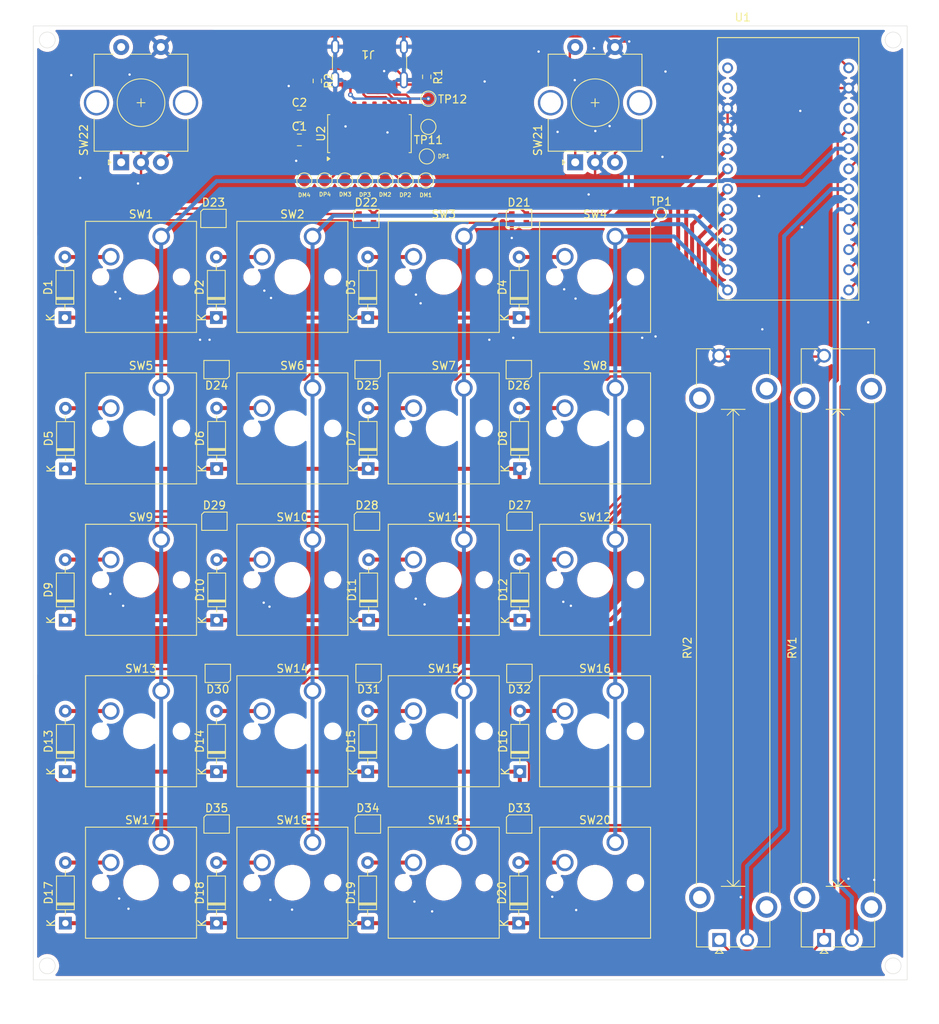
<source format=kicad_pcb>
(kicad_pcb (version 20241229) (generator "pcbnew") (generator_version "9.0")
  (layers (0 "F.Cu" signal) (2 "B.Cu" signal) (13 "F.Paste" user) (15 "B.Paste" user) (5 "F.SilkS" user "F.Silkscreen") (7 "B.SilkS" user "B.Silkscreen") (1 "F.Mask" user) (3 "B.Mask" user) (25 "Edge.Cuts" user))
  (net 0 "")
  (net 1 "Net-(D1-A)")
  (net 2 "ROW1")
  (net 3 "Net-(D2-A)")
  (net 4 "Net-(D3-A)")
  (net 5 "Net-(D4-A)")
  (net 6 "Net-(D5-A)")
  (net 7 "Net-(D6-A)")
  (net 8 "ROW2")
  (net 9 "Net-(D7-A)")
  (net 10 "Net-(D8-A)")
  (net 11 "Net-(D9-A)")
  (net 12 "Net-(D10-A)")
  (net 13 "ROW3")
  (net 14 "Net-(D11-A)")
  (net 15 "Net-(D12-A)")
  (net 16 "Net-(D13-A)")
  (net 17 "Net-(D14-A)")
  (net 18 "Net-(D15-A)")
  (net 19 "Net-(D16-A)")
  (net 20 "ROW4")
  (net 21 "Net-(D17-A)")
  (net 22 "Net-(D18-A)")
  (net 23 "Net-(D19-A)")
  (net 24 "Net-(D20-A)")
  (net 25 "Net-(D21-DIN)")
  (net 26 "+5V")
  (net 27 "Net-(D21-DOUT)")
  (net 28 "GND")
  (net 29 "Net-(D22-DOUT)")
  (net 30 "Net-(D23-DOUT)")
  (net 31 "Net-(D24-DOUT)")
  (net 32 "Net-(D25-DOUT)")
  (net 33 "Net-(D26-DOUT)")
  (net 34 "Net-(D27-DOUT)")
  (net 35 "Net-(D28-DOUT)")
  (net 36 "Net-(D29-DOUT)")
  (net 37 "Net-(D30-DOUT)")
  (net 38 "Net-(D31-DOUT)")
  (net 39 "POT1")
  (net 40 "+3V3")
  (net 41 "POT2")
  (net 42 "COL1")
  (net 43 "COL2")
  (net 44 "COL3")
  (net 45 "COL4")
  (net 46 "ROT1B")
  (net 47 "ROT1A")
  (net 48 "SWA1")
  (net 50 "ROT2A")
  (net 51 "ROT2B")
  (net 55 "Net-(D32-DOUT)")
  (net 56 "Net-(D33-DOUT)")
  (net 57 "Net-(D34-DOUT)")
  (net 59 "ROW5")
  (net 60 "Net-(U2-VDD3)")
  (net 61 "Net-(U2-VDD18)")
  (net 62 "Net-(U2-UDP)")
  (net 63 "Net-(U2-VCC5V)")
  (net 65 "Net-(U2-UDM)")
  (net 67 "Net-(J1-CC1)")
  (net 68 "Net-(J1-CC2)")
  (net 69 "Net-(U2-DP1)")
  (net 70 "Net-(U2-DM1)")
  (net 71 "Net-(U2-DP2)")
  (net 72 "Net-(U2-DM2)")
  (net 73 "Net-(U2-DP3)")
  (net 74 "Net-(U2-DM3)")
  (net 75 "Net-(U2-DP4)")
  (net 76 "Net-(U2-DM4)")
  (footprint "Button_Switch_Keyboard:CHERRY" (layer "F.Cu") (at 106.15 59.82)
    (property "Reference" "SW4")
    (property "Value" "SW_Push")
  )
  (footprint "Button_Switch_Keyboard:CHERRY" (layer "F.Cu") (at 87.1 116.97)
    (property "Reference" "SW15")
    (property "Value" "SW_Push")
  )
  (footprint "Button_Switch_Keyboard:CHERRY" (layer "F.Cu") (at 49 59.82)
    (property "Reference" "SW1")
    (property "Value" "SW_Push")
  )
  (footprint "Button_Switch_Keyboard:CHERRY" (layer "F.Cu") (at 68.05 59.82)
    (property "Reference" "SW2")
    (property "Value" "SW_Push")
  )
  (footprint "Potentiometer_THT:Potentiometer_Bourns_PTA6043_Single_Slide" (layer "F.Cu") (at 119.24 148.31 90)
    (property "Reference" "RV2")
    (property "Value" "R_Potentiometer")
  )
  (footprint "Connector_USB:USB_C_Receptacle_GCT_USB4105-xx-A_16P_TopMnt_Horizontal" (layer "F.Cu") (at 75.22 37.02 180)
    (property "Reference" "J1")
    (property "Value" "USB_C_Receptacle_USB2.0_16P")
  )
  (footprint "TestPoint:TestPoint_Pad_D1.5mm" (layer "F.Cu") (at 82.435 49.74 -90)
    (property "Reference" "DP1")
    (property "Value" "TestPoint")
  )
  (footprint "Button_Switch_Keyboard:CHERRY" (layer "F.Cu") (at 49 78.87)
    (property "Reference" "SW5")
    (property "Value" "SW_Push")
  )
  (footprint "TestPoint:TestPoint_Pad_D1.5mm" (layer "F.Cu") (at 67.018333 52.77 -90)
    (property "Reference" "DM4")
    (property "Value" "TestPoint")
  )
  (footprint "LED_SMD:LED_WS2812B-2020_PLCC4_2.0x2.0mm" (layer "F.Cu") (at 75.015 133.72)
    (property "Reference" "D34")
    (property "Value" "WS2812B-2020")
  )
  (footprint "Diode_THT:D_DO-35_SOD27_P7.62mm_Horizontal" (layer "F.Cu") (at 75.045 89.02 90)
    (property "Reference" "D7")
    (property "Value" "1N4148")
  )
  (footprint "Diode_THT:D_DO-35_SOD27_P7.62mm_Horizontal" (layer "F.Cu") (at 55.9625 127.13 90)
    (property "Reference" "D14")
    (property "Value" "1N4148")
  )
  (footprint "TestPoint:TestPoint_Pad_D1.5mm" (layer "F.Cu") (at 82.63 42.48 180)
    (property "Reference" "TP12")
    (property "Value" "TestPoint")
  )
  (footprint "LED_SMD:LED_WS2812B-2020_PLCC4_2.0x2.0mm" (layer "F.Cu") (at 75.105 114.77 180)
    (property "Reference" "D31")
    (property "Value" "WS2812B-2020")
  )
  (footprint "Diode_THT:D_DO-35_SOD27_P7.62mm_Horizontal" (layer "F.Cu") (at 55.96 146.19 90)
    (property "Reference" "D18")
    (property "Value" "1N4148")
  )
  (footprint "Diode_THT:D_DO-35_SOD27_P7.62mm_Horizontal" (layer "F.Cu") (at 36.925 108.08 90)
    (property "Reference" "D9")
    (property "Value" "1N4148")
  )
  (footprint "Button_Switch_Keyboard:CHERRY" (layer "F.Cu") (at 49 136.02)
    (property "Reference" "SW17")
    (property "Value" "SW_Push")
  )
  (footprint "Diode_THT:D_DO-35_SOD27_P7.62mm_Horizontal" (layer "F.Cu") (at 36.94 146.19 90)
    (property "Reference" "D17")
    (property "Value" "1N4148")
  )
  (footprint "Capacitor_SMD:C_0805_2012Metric" (layer "F.Cu") (at 66.39 44.66)
    (property "Reference" "C2")
    (property "Value" "10uF")
  )
  (footprint "Button_Switch_Keyboard:CHERRY" (layer "F.Cu") (at 106.15 136.02)
    (property "Reference" "SW20")
    (property "Value" "SW_Push")
  )
  (footprint "TestPoint:TestPoint_Pad_D1.5mm" (layer "F.Cu") (at 74.663333 52.77 -90)
    (property "Reference" "DP3")
    (property "Value" "TestPoint")
  )
  (footprint "Capacitor_SMD:C_0805_2012Metric" (layer "F.Cu") (at 66.39 47.67)
    (property "Reference" "C1")
    (property "Value" "10uF")
  )
  (footprint "LED_SMD:LED_WS2812B-2020_PLCC4_2.0x2.0mm" (layer "F.Cu") (at 94.085 114.77 180)
    (property "Reference" "D32")
    (property "Value" "WS2812B-2020")
  )
  (footprint "Diode_THT:D_DO-35_SOD27_P7.62mm_Horizontal" (layer "F.Cu") (at 75.11 108.08 90)
    (property "Reference" "D11")
    (property "Value" "1N4148")
  )
  (footprint "Diode_THT:D_DO-35_SOD27_P7.62mm_Horizontal" (layer "F.Cu") (at 94.14 127.12 90)
    (property "Reference" "D16")
    (property "Value" "1N4148")
  )
  (footprint "Rotary_Encoder:RotaryEncoder_Alps_EC11E-Switch_Vertical_H20mm_CircularMountingHoles" (layer "F.Cu") (at 43.96 50.49 90)
    (property "Reference" "SW22")
    (property "Value" "RotaryEncoder_Switch")
  )
  (footprint "Diode_THT:D_DO-35_SOD27_P7.62mm_Horizontal" (layer "F.Cu") (at 94 146.19 90)
    (property "Reference" "D20")
    (property "Value" "1N4148")
  )
  (footprint "Button_Switch_Keyboard:CHERRY" (layer "F.Cu") (at 87.1 97.92)
    (property "Reference" "SW11")
    (property "Value" "SW_Push")
  )
  (footprint "LED_SMD:LED_WS2812B-2020_PLCC4_2.0x2.0mm" (layer "F.Cu") (at 94.01 76.56 180)
    (property "Reference" "D26")
    (property "Value" "WS2812B-2020")
  )
  (footprint "TestPoint:TestPoint_Pad_D1.5mm" (layer "F.Cu") (at 82.63 46.03 180)
    (property "Reference" "TP11")
    (property "Value" "TestPoint")
  )
  (footprint "Diode_THT:D_DO-35_SOD27_P7.62mm_Horizontal" (layer "F.Cu") (at 55.98 89.02 90)
    (property "Reference" "D6")
    (property "Value" "1N4148")
  )
  (footprint "Diode_THT:D_DO-35_SOD27_P7.62mm_Horizontal" (layer "F.Cu") (at 74.98 146.19 90)
    (property "Reference" "D19")
    (property "Value" "1N4148")
  )
  (footprint "TestPoint:TestPoint_Pad_D1.5mm" (layer "F.Cu") (at 82.308333 52.77 -90)
    (property "Reference" "DM1")
    (property "Value" "TestPoint")
  )
  (footprint "Diode_THT:D_DO-35_SOD27_P7.62mm_Horizontal" (layer "F.Cu") (at 74.995 127.13 90)
    (property "Reference" "D15")
    (property "Value" "1N4148")
  )
  (footprint "Diode_THT:D_DO-35_SOD27_P7.62mm_Horizontal" (layer "F.Cu") (at 36.95 89.04 90)
    (property "Reference" "D5")
    (property "Value" "1N4148")
  )
  (footprint "Diode_THT:D_DO-35_SOD27_P7.62mm_Horizontal" (layer "F.Cu") (at 94.1425 108.08 90)
    (property "Reference" "D12")
    (property "Value" "1N4148")
  )
  (footprint "LED_SMD:LED_WS2812B-2020_PLCC4_2.0x2.0mm" (layer "F.Cu") (at 94.105 95.63)
    (property "Reference" "D27")
    (property "Value" "WS2812B-2020")
  )
  (footprint "LED_SMD:LED_WS2812B-2020_PLCC4_2.0x2.0mm" (layer "F.Cu") (at 94.055 133.72)
    (property "Reference" "D33")
    (property "Value" "WS2812B-2020")
  )
  (footprint "Diode_THT:D_DO-35_SOD27_P7.62mm_Horizontal" (layer "F.Cu") (at 55.9375 70.02 90)
    (property "Reference" "D2")
    (property "Value" "1N4148")
  )
  (footprint "PRO MICRO RP2040:MODULE_DEV-18288" (layer "F.Cu") (at 127.91 51.31)
    (property "Reference" "U1")
    (property "Value" "DEV-18288")
  )
  (footprint "Diode_THT:D_DO-35_SOD27_P7.62mm_Horizontal" (layer "F.Cu") (at 36.93 127.13 90)
    (property "Reference" "D13")
    (property "Value" "1N4148")
  )
  (footprint "Potentiometer_THT:Potentiometer_Bourns_PTA6043_Single_Slide" (layer "F.Cu") (at 132.43 148.31 90)
    (property "Reference" "RV1")
    (property "Value" "R_Potentiometer")
  )
  (footprint "TestPoint:TestPoint_Pad_D1.0mm" (layer "F.Cu") (at 111.9 56.87)
    (property "Reference" "TP1")
    (property "Value" "TestPoint")
  )
  (footprint "LED_SMD:LED_WS2812B-2020_PLCC4_2.0x2.0mm" (layer "F.Cu") (at 55.695 95.63)
    (property "Reference" "D29")
    (property "Value" "WS2812B-2020")
  )
  (footprint "Button_Switch_Keyboard:CHERRY" (layer "F.Cu") (at 106.15 78.87)
    (property "Reference" "SW8")
    (property "Value" "SW_Push")
  )
  (footprint "TestPoint:TestPoint_Pad_D1.5mm" (layer "F.Cu") (at 77.211666 52.77 -90)
    (property "Reference" "DM2")
    (property "Value" "TestPoint")
  )
  (footprint "TestPoint:TestPoint_Pad_D1.5mm" (layer "F.Cu") (at 79.76 52.77 -90)
    (property "Reference" "DP2")
    (property "Value" "TestPoint")
  )
  (footprint "LED_SMD:LED_WS2812B-2020_PLCC4_2.0x2.0mm" (layer "F.Cu") (at 74.8075 57.54)
    (property "Reference" "D22")
    (property "Value" "WS2812B-2020")
  )
  (footprint "TestPoint:TestPoint_Pad_D1.5mm" (layer "F.Cu") (at 69.566666 52.77 -90)
    (property "Reference" "DP4")
    (property "Value" "TestPoint")
  )
  (footprint "LED_SMD:LED_WS2812B-2020_PLCC4_2.0x2.0mm" (layer "F.Cu") (at 55.97 76.56 180)
    (property "Reference" "D24")
    (property "Value" "WS2812B-2020")
  )
  (footprint "Button_Switch_Keyboard:CHERRY" (layer "F.Cu") (at 87.1 136.02)
    (property "Reference" "SW19")
    (property "Value" "SW_Push")
  )
  (footprint "Button_Switch_Keyboard:CHERRY" (layer "F.Cu") (at 49 116.97)
    (property "Reference" "SW13")
    (property "Value" "SW_Push")
  )
  (footprint "Rotary_Encoder:RotaryEncoder_Alps_EC11E-Switch_Vertical_H20mm_CircularMountingHoles" (layer "F.Cu") (at 101.11 50.49 90)
    (property "Reference" "SW21")
    (property "Value" "RotaryEncoder_Switch")
  )
  (footprint "Button_Switch_Keyboard:CHERRY" (layer "F.Cu") (at 49 97.92)
    (property "Reference" "SW9")
    (property "Value" "SW_Push")
  )
  (footprint "Resistor_SMD:R_0603_1608Metric" (layer "F.Cu") (at 82.42 39.73 -90)
    (property "Reference" "R1")
    (property "Value" "5.1k")
  )
  (footprint "Diode_THT:D_DO-35_SOD27_P7.62mm_Horizontal" (layer "F.Cu") (at 94.0525 70.02 90)
    (property "Reference" "D4")
    (property "Value" "1N4148")
  )
  (footprint "LED_SMD:LED_WS2812B-2020_PLCC4_2.0x2.0mm" (layer "F.Cu") (at 55.575 57.54)
    (property "Reference" "D23")
    (property "Value" "WS2812B-2020")
  )
  (footprint "Diode_THT:D_DO-35_SOD27_P7.62mm_Horizontal" (layer "F.Cu") (at 74.995 70.02 90)
    (property "Reference" "D3")
    (property "Value" "1N4148")
  )
  (footprint "Button_Switch_Keyboard:CHERRY" (layer "F.Cu") (at 106.15 116.97)
    (property "Reference" "SW16")
    (property "Value" "SW_Push")
  )
  (footprint "LED_SMD:LED_WS2812B-2020_PLCC4_2.0x2.0mm" (layer "F.Cu") (at 55.975 133.72)
    (property "Reference" "D35")
    (property "Value" "WS2812B-2020")
  )
  (footprint "Diode_THT:D_DO-35_SOD27_P7.62mm_Horizontal" (layer "F.Cu") (at 94.11 89.02 90)
    (property "Reference" "D8")
    (property "Value" "1N4148")
  )
  (footprint "Button_Switch_Keyboard:CHERRY" (layer "F.Cu") (at 68.05 97.92)
    (property "Reference" "SW10")
    (property "Value" "SW_Push")
  )
  (footprint "TestPoint:TestPoint_Pad_D1.5mm" (layer "F.Cu") (at 72.115 52.77 -90)
    (property "Reference" "DM3")
    (property "Value" "TestPoint")
  )
  (footprint "LED_SMD:LED_WS2812B-2020_PLCC4_2.0x2.0mm" (layer "F.Cu") (at 74.9 95.63)
    (property "Reference" "D28")
    (property "Value" "WS2812B-2020")
  )
  (footprint "Button_Switch_Keyboard:CHERRY" (layer "F.Cu") (at 87.1 78.87)
    (property "Reference" "SW7")
    (property "Value" "SW_Push")
  )
  (footprint "LED_SMD:LED_WS2812B-2020_PLCC4_2.0x2.0mm" (layer "F.Cu") (at 56.125 114.77 180)
    (property "Reference" "D30")
    (property "Value" "WS2812B-2020")
  )
  (footprint "Button_Switch_Keyboard:CHERRY" (layer "F.Cu") (at 68.05 136.02)
    (property "Reference" "SW18")
    (property "Value" "SW_Push")
  )
  (footprint "Button_Switch_Keyboard:CHERRY" (layer "F.Cu") (at 68.05 78.87)
    (property "Reference" "SW6")
    (property "Value" "SW_Push")
  )
  (footprint "Diode_THT:D_DO-35_SOD27_P7.62mm_Horizontal" (layer "F.Cu") (at 36.88 70.02 90)
    (property "Reference" "D1")
    (property "Value" "1N4148")
  )
  (footprint "LED_SMD:LED_WS2812B-2020_PLCC4_2.0x2.0mm" (layer "F.Cu") (at 94.04 57.54)
    (property "Reference" "D21")
    (property "Value" "WS2812B-2020")
  )
  (footprint "Package_SO:SOIC-16_4.55x10.3mm_P1.27mm" (layer "F.Cu") (at 75.21 46.88 90)
    (property "Reference" "U2")
    (property "Value" "SL2.1A")
  )
  (footprint "Button_Switch_Keyboard:CHERRY" (layer "F.Cu") (at 106.15 97.92)
    (property "Reference" "SW12")
    (property "Value" "SW_Push")
  )
  (footprint "Diode_THT:D_DO-35_SOD27_P7.62mm_Horizontal" (layer "F.Cu") (at 55.99 108.08 90)
    (property "Reference" "D10")
    (property "Value" "1N4148")
  )
  (footprint "Button_Switch_Keyboard:CHERRY" (layer "F.Cu") (at 87.1 59.82)
    (property "Reference" "SW3")
    (property "Value" "SW_Push")
  )
  (footprint "LED_SMD:LED_WS2812B-2020_PLCC4_2.0x2.0mm" (layer "F.Cu") (at 74.99 76.56 180)
    (property "Reference" "D25")
    (property "Value" "WS2812B-2020")
  )
  (footprint "Resistor_SMD:R_0603_1608Metric" (layer "F.Cu") (at 68.65 40.25 -90)
    (property "Reference" "R2")
    (property "Value" "5.1k")
  )
  (footprint "Button_Switch_Keyboard:CHERRY" (layer "F.Cu") (at 68.05 116.97)
    (property "Reference" "SW14")
    (property "Value" "SW_Push")
  )
  (gr_circle (center 34.657767 151.562233) (end 35.657767 151.562233) (stroke (width 0.05)) (fill no) (layer "Edge.Cuts"))
  (gr_circle (center 34.657767 35.097767) (end 35.657767 35.097767) (stroke (width 0.05)) (fill no) (layer "Edge.Cuts"))
  (gr_circle (center 141.122233 35.097767) (end 142.122233 35.097767) (stroke (width 0.05)) (fill no) (layer "Edge.Cuts"))
  (gr_circle (center 141.122233 151.562233) (end 142.122233 151.562233) (stroke (width 0.05)) (fill no) (layer "Edge.Cuts"))
  (gr_rect (start 32.89 33.33) (end 142.89 153.33) (stroke (width 0.05)) (fill no) (layer "Edge.Cuts"))
  (segment (start 36.88 62.4) (end 42.61 62.4) (width 0.5) (layer "F.Cu") (net 1))
  (segment (start 120.29 48.77) (end 114.07 54.99) (width 0.5) (layer "F.Cu") (net 2))
  (segment (start 105.480603 70.02) (end 94.0525 70.02) (width 0.5) (layer "F.Cu") (net 2))
  (segment (start 114.07 54.99) (end 114.07 61.430603) (width 0.5) (layer "F.Cu") (net 2))
  (segment (start 36.88 70.02) (end 94.0525 70.02) (width 0.5) (layer "F.Cu") (net 2))
  (segment (start 114.07 61.430603) (end 105.480603 70.02) (width 0.5) (layer "F.Cu") (net 2))
  (segment (start 55.9375 62.4) (end 61.66 62.4) (width 0.5) (layer "F.Cu") (net 3))
  (segment (start 74.995 62.4) (end 80.71 62.4) (width 0.5) (layer "F.Cu") (net 4))
  (segment (start 94.0525 62.4) (end 99.76 62.4) (width 0.5) (layer "F.Cu") (net 5))
  (segment (start 36.95 81.42) (end 42.64 81.42) (width 0.5) (layer "F.Cu") (net 6))
  (segment (start 55.98 81.4) (end 61.69 81.4) (width 0.5) (layer "F.Cu") (net 7))
  (segment (start 103.596554 97.56) (end 112.63 88.526554) (width 0.5) (layer "F.Cu") (net 8))
  (segment (start 112.63 76.000151) (end 115.08 73.55015) (width 0.5) (layer "F.Cu") (net 8))
  (segment (start 112.63 88.526554) (end 112.63 76.000151) (width 0.5) (layer "F.Cu") (net 8))
  (segment (start 93.99 97.56) (end 103.596554 97.56) (width 0.5) (layer "F.Cu") (net 8))
  (segment (start 36.95 89.04) (end 94.09 89.04) (width 0.5) (layer "F.Cu") (net 8))
  (segment (start 93.99 94.3) (end 93.99 97.56) (width 0.5) (layer "F.Cu") (net 8))
  (segment (start 115.08 73.55015) (end 115.08 56.52) (width 0.5) (layer "F.Cu") (net 8))
  (segment (start 94.11 94.18) (end 93.99 94.3) (width 0.5) (layer "F.Cu") (net 8))
  (segment (start 94.11 89.02) (end 94.11 94.18) (width 0.5) (layer "F.Cu") (net 8))
  (segment (start 115.08 56.52) (end 120.29 51.31) (width 0.5) (layer "F.Cu") (net 8))
  (segment (start 94.93 89.02) (end 94.11 89.02) (width 0.3) (layer "B.Cu") (net 8))
  (segment (start 94.91 89.04) (end 94.93 89.02) (width 0.3) (layer "B.Cu") (net 8))
  (segment (start 80.75 81.41) (end 75.055 81.41) (width 0.5) (layer "F.Cu") (net 9))
  (segment (start 94.11 81.4) (end 99.79 81.4) (width 0.5) (layer "F.Cu") (net 10))
  (segment (start 42.65 100.46) (end 36.925 100.46) (width 0.5) (layer "F.Cu") (net 11))
  (segment (start 61.7 100.46) (end 55.99 100.46) (width 0.5) (layer "F.Cu") (net 12))
  (segment (start 113.33 76.290101) (end 113.33 100.270603) (width 0.5) (layer "F.Cu") (net 13))
  (segment (start 120.29 53.85) (end 115.82 58.32) (width 0.5) (layer "F.Cu") (net 13))
  (segment (start 36.925 108.08) (end 94.1425 108.08) (width 0.5) (layer "F.Cu") (net 13))
  (segment (start 105.520603 108.08) (end 94.1425 108.08) (width 0.5) (layer "F.Cu") (net 13))
  (segment (start 113.33 100.270603) (end 105.520603 108.08) (width 0.5) (layer "F.Cu") (net 13))
  (segment (start 115.82 58.32) (end 115.82 73.8001) (width 0.5) (layer "F.Cu") (net 13))
  (segment (start 115.82 73.8001) (end 113.33 76.290101) (width 0.5) (layer "F.Cu") (net 13))
  (segment (start 80.75 100.46) (end 75.11 100.46) (width 0.5) (layer "F.Cu") (net 14))
  (segment (start 94.1425 100.46) (end 99.8 100.46) (width 0.5) (layer "F.Cu") (net 15))
  (segment (start 36.93 119.51) (end 42.65 119.51) (width 0.5) (layer "F.Cu") (net 16))
  (segment (start 55.9625 119.51) (end 61.7 119.51) (width 0.5) (layer "F.Cu") (net 17))
  (segment (start 74.995 119.51) (end 80.75 119.51) (width 0.5) (layer "F.Cu") (net 18))
  (segment (start 94.14 119.5) (end 99.79 119.5) (width 0.5) (layer "F.Cu") (net 19))
  (segment (start 104.427554 134.469) (end 109.749 134.469) (width 0.5) (layer "F.Cu") (net 20))
  (segment (start 36.93 127.13) (end 94.13 127.13) (width 0.5) (layer "F.Cu") (net 20))
  (segment (start 116.67 60.01) (end 120.29 56.39) (width 0.5) (layer "F.Cu") (net 20))
  (segment (start 94.14 135.48) (end 103.416554 135.48) (width 0.5) (layer "F.Cu") (net 20))
  (segment (start 114.03 76.58005) (end 116.67 73.94005) (width 0.5) (layer "F.Cu") (net 20))
  (segment (start 109.821723 134.541723) (end 114.03 130.333446) (width 0.5) (layer "F.Cu") (net 20))
  (segment (start 94.14 127.12) (end 94.14 135.48) (width 0.5) (layer "F.Cu") (net 20))
  (segment (start 109.749 134.469) (end 109.821723 134.541723) (width 0.5) (layer "F.Cu") (net 20))
  (segment (start 114.03 130.333446) (end 114.03 76.58005) (width 0.5) (layer "F.Cu") (net 20))
  (segment (start 103.416554 135.48) (end 104.427554 134.469) (width 0.5) (layer "F.Cu") (net 20))
  (segment (start 116.67 73.94005) (end 116.67 60.01) (width 0.5) (layer "F.Cu") (net 20))
  (segment (start 36.94 138.57) (end 42.64 138.57) (width 0.5) (layer "F.Cu") (net 21))
  (segment (start 55.96 138.57) (end 61.69 138.57) (width 0.5) (layer "F.Cu") (net 22))
  (segment (start 74.98 138.57) (end 80.74 138.57) (width 0.5) (layer "F.Cu") (net 23))
  (segment (start 94 138.57) (end 99.79 138.57) (width 0.5) (layer "F.Cu") (net 24))
  (segment (start 111.9 56.87) (end 110.68 58.09) (width 0.3) (layer "F.Cu") (net 25))
  (segment (start 110.68 58.09) (end 94.955 58.09) (width 0.3) (layer "F.Cu") (net 25))
  (segment (start 94.254 56.289) (end 94.955 56.99) (width 0.3) (layer "F.Cu") (net 26))
  (segment (start 86.697976 115.32) (end 93.17 115.32) (width 0.3) (layer "F.Cu") (net 26))
  (segment (start 74.075 77.11) (end 74.775 77.81) (width 0.3) (layer "F.Cu") (net 26))
  (segment (start 36.17 114.43) (end 37.06 115.32) (width 0.3) (layer "F.Cu") (net 26))
  (segment (start 135.53 38.61) (end 133.59 36.67) (width 0.3) (layer "F.Cu") (net 26))
  (segment (start 55.911 116.021) (end 66.946976 116.021) (width 0.3) (layer "F.Cu") (net 26))
  (segment (start 110.28 86.86) (end 110.28 89.1) (width 0.3) (layer "F.Cu") (net 26))
  (segment (start 55.055 77.11) (end 55.756 77.811) (width 0.3) (layer "F.Cu") (net 26))
  (segment (start 74.19 115.32) (end 74.891 116.021) (width 0.3) (layer "F.Cu") (net 26))
  (segment (start 75.815 95.08) (end 75.114 94.379) (width 0.3) (layer "F.Cu") (net 26))
  (segment (start 55.789 56.289) (end 56.49 56.99) (width 0.3) (layer "F.Cu") (net 26))
  (segment (start 93.796 77.811) (end 105.156976 77.811) (width 0.3) (layer "F.Cu") (net 26))
  (segment (start 92.92 115.57) (end 93.17 115.32) (width 0.3) (layer "F.Cu") (net 26))
  (segment (start 34.01 114.43) (end 36.17 114.43) (width 0.3) (layer "F.Cu") (net 26))
  (segment (start 110.23 86.81) (end 110.28 86.86) (width 0.3) (layer "F.Cu") (net 26))
  (segment (start 55.756 77.811) (end 67.056976 77.811) (width 0.3) (layer "F.Cu") (net 26))
  (segment (start 55.909 94.379) (end 37.281 94.379) (width 0.3) (layer "F.Cu") (net 26))
  (segment (start 119.72 36.67) (end 107.84 48.55) (width 0.3) (layer "F.Cu") (net 26))
  (segment (start 75.114 94.379) (end 57.311 94.379) (width 0.3) (layer "F.Cu") (net 26))
  (segment (start 57.191 56.289) (end 75.0215 56.289) (width 0.3) (layer "F.Cu") (net 26))
  (segment (start 55.055 77.11) (end 34.19 77.11) (width 0.3) (layer "F.Cu") (net 26))
  (segment (start 92.92 123.598) (end 92.92 115.57) (width 0.3) (layer "F.Cu") (net 26))
  (segment (start 34.19 91.288) (end 37.281 94.379) (width 0.3) (layer "F.Cu") (net 26))
  (segment (start 37.06 115.32) (end 34.81 117.57) (width 0.3) (layer "F.Cu") (net 26))
  (segment (start 104.3 95.08) (end 95.02 95.08) (width 0.3) (layer "F.Cu") (net 26))
  (segment (start 107.84 48.55) (end 107.84 54.2) (width 0.3) (layer "F.Cu") (net 26))
  (segment (start 37.281 94.379) (end 34.01 97.65) (width 0.3) (layer "F.Cu") (net 26))
  (segment (start 34.13 77.05) (end 34.13 60.05) (width 0.3) (layer "F.Cu") (net 26))
  (segment (start 55.21 115.32) (end 55.911 116.021) (width 0.3) (layer "F.Cu") (net 26))
  (segment (start 34.01 97.65) (end 34.01 114.43) (width 0.3) (layer "F.Cu") (net 26))
  (segment (start 57.311 94.379) (end 56.61 95.08) (width 0.3) (layer "F.Cu") (net 26))
  (segment (start 105.05 56.99) (end 94.955 56.99) (width 0.3) (layer "F.Cu") (net 26))
  (segment (start 34.13 60.05) (end 37.891 56.289) (width 0.3) (layer "F.Cu") (net 26))
  (segment (start 66.946976 116.021) (end 67.647976 115.32) (width 0.3) (layer "F.Cu") (net 26))
  (segment (start 67.056976 77.811) (end 67.757976 77.11) (width 0.3) (layer "F.Cu") (net 26))
  (segment (start 95.291 125.969) (end 95.291 132.849) (width 0.3) (layer "F.Cu") (net 26))
  (segment (start 34.81 117.57) (end 34.81 127.312) (width 0.3) (layer "F.Cu") (net 26))
  (segment (start 75.229 132.469) (end 75.93 133.17) (width 0.3) (layer "F.Cu") (net 26))
  (segment (start 34.19 77.11) (end 34.19 91.288) (width 0.3) (layer "F.Cu") (net 26))
  (segment (start 34.81 127.312) (end 39.967 132.469) (width 0.3) (layer "F.Cu") (net 26))
  (segment (start 105.548976 77.419) (end 108.999 77.419) (width 0.3) (layer "F.Cu") (net 26))
  (segment (start 56.61 95.08) (end 55.909 94.379) (width 0.3) (layer "F.Cu") (net 26))
  (segment (start 107.84 54.2) (end 105.05 56.99) (width 0.3) (layer "F.Cu") (net 26))
  (segment (start 37.891 56.289) (end 55.789 56.289) (width 0.3) (layer "F.Cu") (net 26))
  (segment (start 133.59 36.67) (end 119.72 36.67) (width 0.3) (layer "F.Cu") (net 26))
  (segment (start 67.647976 115.32) (end 74.19 115.32) (width 0.3) (layer "F.Cu") (net 26))
  (segment (start 92.92 123.598) (end 95.291 125.969) (width 0.3) (layer "F.Cu") (net 26))
  (segment (start 56.189 132.469) (end 56.89 133.17) (width 0.3) (layer "F.Cu") (net 26))
  (segment (start 34.19 77.11) (end 34.13 77.05) (width 0.3) (layer "F.Cu") (net 26))
  (segment (start 86.807976 77.11) (end 93.095 77.11) (width 0.3) (layer "F.Cu") (net 26))
  (segment (start 108.999 77.419) (end 110.23 78.65) (width 0.3) (layer "F.Cu") (net 26))
  (segment (start 75.7225 56.99) (end 76.4235 56.289) (width 0.3) (layer "F.Cu") (net 26))
  (segment (start 93.095 77.11) (end 93.796 77.811) (width 0.3) (layer "F.Cu") (net 26))
  (segment (start 76.4235 56.289) (end 94.254 56.289) (width 0.3) (layer "F.Cu") (net 26))
  (segment (start 95.291 132.849) (end 94.97 133.17) (width 0.3) (layer "F.Cu") (net 26))
  (segment (start 55.21 115.32) (end 37.06 115.32) (width 0.3) (layer "F.Cu") (net 26))
  (segment (start 74.775 77.81) (end 86.107976 77.81) (width 0.3) (layer "F.Cu") (net 26))
  (segment (start 56.49 56.99) (end 57.191 56.289) (width 0.3) (layer "F.Cu") (net 26))
  (segment (start 57.591 132.469) (end 75.229 132.469) (width 0.3) (layer "F.Cu") (net 26))
  (segment (start 74.891 116.021) (end 85.996976 116.021) (width 0.3) (layer "F.Cu") (net 26))
  (segment (start 86.107976 77.81) (end 86.807976 77.11) (width 0.3) (layer "F.Cu") (net 26))
  (segment (start 85.996976 116.021) (end 86.697976 115.32) (width 0.3) (layer "F.Cu") (net 26))
  (segment (start 105.156976 77.811) (end 105.548976 77.419) (width 0.3) (layer "F.Cu") (net 26))
  (segment (start 39.967 132.469) (end 56.189 132.469) (width 0.3) (layer "F.Cu") (net 26))
  (segment (start 56.89 133.17) (end 57.591 132.469) (width 0.3) (layer "F.Cu") (net 26))
  (segment (start 67.757976 77.11) (end 74.075 77.11) (width 0.3) (layer "F.Cu") (net 26))
  (segment (start 110.28 89.1) (end 104.3 95.08) (width 0.3) (layer "F.Cu") (net 26))
  (segment (start 75.0215 56.289) (end 75.7225 56.99) (width 0.3) (layer "F.Cu") (net 26))
  (segment (start 110.23 78.65) (end 110.23 86.81) (width 0.3) (layer "F.Cu") (net 26))
  (segment (start 90.43 58.09) (end 75.7225 58.09) (width 0.3) (layer "F.Cu") (net 27))
  (segment (start 91.53 56.99) (end 90.43 58.09) (width 0.3) (layer "F.Cu") (net 27))
  (segment (start 93.125 56.99) (end 91.53 56.99) (width 0.3) (layer "F.Cu") (net 27))
  (segment (start 79.54 39.775) (end 78.664 38.899) (width 0.3) (layer "F.Cu") (net 28))
  (segment (start 119.24 74.92) (end 132.32 74.92) (width 0.3) (layer "F.Cu") (net 28))
  (segment (start 135.53 41.15) (end 122.83 41.15) (width 0.3) (layer "F.Cu") (net 28))
  (segment (start 78.664 38.899) (end 77.171 38.899) (width 0.3) (layer "F.Cu") (net 28))
  (segment (start 78.42 40.7) (end 82.275 40.7) (width 0.3) (layer "F.Cu") (net 28))
  (segment (start 106.81 35.29) (end 107.91 35.29) (width 0.3) (layer "F.Cu") (net 28))
  (segment (start 93.125 58.09) (end 93.125 60.005) (width 0.3) (layer "F.Cu") (net 28))
  (segment (start 93.125 60.005) (end 93.13 60.01) (width 0.3) (layer "F.Cu") (net 28))
  (segment (start 46.46 50.49) (end 46.46 47.86) (width 0.3) (layer "F.Cu") (net 28))
  (segment (start 103.61 50.49) (end 103.61 55.08) (width 0.3) (layer "F.Cu") (net 28))
  (segment (start 82.275 40.7) (end 82.42 40.555) (width 0.3) (layer "F.Cu") (net 28))
  (segment (start 122.83 41.15) (end 120.29 43.69) (width 0.3) (layer "F.Cu") (net 28))
  (segment (start 46.46 52.77) (end 46.08 53.15) (width 0.3) (layer "F.Cu") (net 28))
  (segment (start 75.845 45.095) (end 77.48 46.73) (width 0.3) (layer "F.Cu") (net 28))
  (segment (start 46.46 50.49) (end 46.46 52.77) (width 0.3) (layer "F.Cu") (net 28))
  (segment (start 103.61 55.08) (end 103.39 55.3) (width 0.3) (layer "F.Cu") (net 28))
  (segment (start 79.54 40.125) (end 79.54 39.775) (width 0.3) (layer "F.Cu") (net 28))
  (segment (start 103.61 50.49) (end 103.61 46.58) (width 0.3) (layer "F.Cu") (net 28))
  (segment (start 103.61 46.58) (end 103.64 46.55) (width 0.3) (layer "F.Cu") (net 28))
  (segment (start 120.29 43.69) (end 120.29 46.23) (width 0.3) (layer "F.Cu") (net 28))
  (segment (start 75.845 43.63) (end 75.845 45.095) (width 0.3) (layer "F.Cu") (net 28))
  (segment (start 46.46 47.86) (end 46.29 47.69) (width 0.3) (layer "F.Cu") (net 28))
  (segment (start 106.11 35.99) (end 106.81 35.29) (width 0.3) (layer "F.Cu") (net 28))
  (segment (start 77.171 38.899) (end 77.06 39.01) (width 0.3) (layer "F.Cu") (net 28))
  (via (at 102.8 54.53) (size 0.6) (drill 0.3) (layers "F.Cu" "B.Cu") (net 28))
  (via (at 98.89 46.66) (size 0.6) (drill 0.3) (layers "F.Cu" "B.Cu") (net 28))
  (via (at 81.65 68.22) (size 0.6) (drill 0.3) (layers "F.Cu" "B.Cu") (net 28))
  (via (at 62.63 106.38) (size 0.6) (drill 0.3) (layers "F.Cu" "B.Cu") (net 28))
  (via (at 81.04 105.38) (size 0.6) (drill 0.3) (layers "F.Cu" "B.Cu") (net 28))
  (via (at 99.61 105.77) (size 0.6) (drill 0.3) (layers "F.Cu" "B.Cu") (net 28))
  (via (at 43.71 143.09) (size 0.6) (drill 0.3) (layers "F.Cu" "B.Cu") (net 28))
  (via (at 44.88 144.38) (size 0.6) (drill 0.3) (layers "F.Cu" "B.Cu") (net 28))
  (via (at 61.98 66.63) (size 0.6) (drill 0.3) (layers "F.Cu" "B.Cu") (net 28))
  (via (at 101.15 67.63) (size 0.6) (drill 0.3) (layers "F.Cu" "B.Cu") (net 28))
  (via (at 93.125 60.005) (size 0.6) (drill 0.3) (layers "F.Cu" "B.Cu") (net 28))
  (via (at 105.44 45.93) (size 0.6) (drill 0.3) (layers "F.Cu" "B.Cu") (net 28))
  (via (at 129.438792 44.02) (size 0.6) (drill 0.3) (layers "F.Cu" "B.Cu") (net 28))
  (via (at 112.09 49.8) (size 0.6) (drill 0.3) (layers "F.Cu" "B.Cu") (net 28))
  (via (at 53.89 72.81) (size 0.6) (drill 0.3) (layers "F.Cu" "B.Cu") (net 28))
  (via (at 90.3 72.81) (size 0.6) (drill 0.3) (layers "F.Cu" "B.Cu") (net 28))
  (via (at 77.06 39.01) (size 0.6) (drill 0.3) (layers "F.Cu" "B.Cu") (net 28))
  (via (at 62.82 67.55) (size 0.6) (drill 0.3) (layers "F.Cu" "B.Cu") (net 28))
  (via (at 45.02 39.45) (size 0.6) (drill 0.3) (layers "F.Cu" "B.Cu") (net 28))
  (via (at 99.72 66.46) (size 0.6) (drill 0.3) (layers "F.Cu" "B.Cu") (net 28))
  (via (at 38.81 52.45) (size 0.6) (drill 0.3) (layers "F.Cu" "B.Cu") (net 28))
  (via (at 103.64 46.55) (size 0.6) (drill 0.3) (layers "F.Cu" "B.Cu") (net 28))
  (via (at 101.23 144.54) (size 0.6) (drill 0.3) (layers "F.Cu" "B.Cu") (net 28))
  (via (at 129.650686 58.660686) (size 0.6) (drill 0.3) (layers "F.Cu" "B.Cu") (net 28))
  (via (at 96.5 36.56) (size 0.6) (drill 0.3) (layers "F.Cu" "B.Cu") (net 28))
  (via (at 42.6 104.77) (size 0.6) (drill 0.3) (layers "F.Cu" "B.Cu") (net 28))
  (via (at 93.31 72.56) (size 0.6) (drill 0.3) (layers "F.Cu" "B.Cu") (net 28))
  (via (at 62.74 143.26) (size 0.6) (drill 0.3) (layers "F.Cu" "B.Cu") (net 28))
  (via (at 137.99 70.62) (size 0.6) (drill 0.3) (layers "F.Cu" "B.Cu") (net 28))
  (via (at 135.5 140.604314) (size 0.6) (drill 0.3) (layers "F.Cu" "B.Cu") (net 28))
  (via (at 82.15 106.1) (size 0.6) (drill 0.3) (layers "F.Cu" "B.Cu") (net 28))
  (via (at 43.82 67.63) (size 0.6) (drill 0.3) (layers "F.Cu" "B.Cu") (net 28))
  (via (at 112.47 39.07) (size 0.6) (drill 0.3) (layers "F.Cu" "B.Cu") (net 28))
  (via (at 109.54 72.56) (size 0.6) (drill 0.3) (layers "F.Cu" "B.Cu") (net 28))
  (via (at 44.21 106.27) (size 0.6) (drill 0.3) (layers "F.Cu" "B.Cu") (net 28))
  (via (at 124.25 54.74) (size 0.6) (drill 0.3) (layers "F.Cu" "B.Cu") (net 28))
  (via (at 107.91 35.29) (size 0.6) (drill 0.3) (layers "F.Cu" "B.Cu") (net 28))
  (via (at 43.24 66.8) (size 0.6) (drill 0.3) (layers "F.Cu" "B.Cu") (net 28))
  (via (at 46.08 53.15) (size 0.6) (drill 0.3) (layers "F.Cu" "B.Cu") (net 28))
  (via (at 65.05 40.89) (size 0.6) (drill 0.3) (layers "F.Cu" "B.Cu") (net 28))
  (via (at 77.48 46.73) (size 0.6) (drill 0.3) (layers "F.Cu" "B.Cu") (net 28))
  (via (at 61.9 105.88) (size 0.6) (drill 0.3) (layers "F.Cu" "B.Cu") (net 28))
  (via (at 111.22 72.39) (size 0.6) (drill 0.3) (layers "F.Cu" "B.Cu") (net 28))
  (via (at 37.68 39.52) (size 0.6) (drill 0.3) (layers "F.Cu" "B.Cu") (net 28))
  (via (at 103.47 36.14) (size 0.6) (drill 0.3) (layers "F.Cu" "B.Cu") (net 28))
  (via (at 65.99 50.3) (size 0.6) (drill 0.3) (layers "F.Cu" "B.Cu") (net 28))
  (via (at 121.94 142.92) (size 0.6) (drill 0.3) (layers "F.Cu" "B.Cu") (net 28))
  (via (at 98.22 142.87) (size 0.6) (drill 0.3) (layers "F.Cu" "B.Cu") (net 28))
  (via (at 124.66 71.49) (size 0.6) (drill 0.3) (layers "F.Cu" "B.Cu") (net 28))
  (via (at 55.089 72.81) (size 0.6) (drill 0.3) (layers "F.Cu" "B.Cu") (net 28))
  (via (at 81.06 67.13) (size 0.6) (drill 0.3) (layers "F.Cu" "B.Cu") (net 28))
  (via (at 80.87 143.48) (size 0.6) (drill 0.3) (layers "F.Cu" "B.Cu") (net 28))
  (via (at 72.2 45.97) (size 0.6) (drill 0.3) (layers "F.Cu" "B.Cu") (net 28))
  (via (at 65.47 144.49) (size 0.6) (drill 0.3) (layers "F.Cu" "B.Cu") (net 28))
  (via (at 83.1 144.71) (size 0.6) (drill 0.3) (layers "F.Cu" "B.Cu") (net 28))
  (via (at 100.56 106.27) (size 0.6) (drill 0.3) (layers "F.Cu" "B.Cu") (net 28))
  (via (at 89.71 40.32) (size 0.6) (drill 0.3) (layers "F.Cu" "B.Cu") (net 28))
  (via (at 101.05 40.15) (size 0.6) (drill 0.3) (layers "F.Cu" "B.Cu") (net 28))
  (via (at 138.75 140.75) (size 0.6) (drill 0.3) (layers "F.Cu" "B.Cu") (net 28))
  (segment (start 57.892 56.99) (end 56.792 58.09) (width 0.3) (layer "F.Cu") (net 29))
  (segment (start 73.8925 56.99) (end 57.892 56.99) (width 0.3) (layer "F.Cu") (net 29))
  (segment (start 56.792 58.09) (end 56.49 58.09) (width 0.3) (layer "F.Cu") (net 29))
  (segment (start 34.74 75.05) (end 34.74 60.6) (width 0.3) (layer "F.Cu") (net 30))
  (segment (start 55.055 76.01) (end 35.7 76.01) (width 0.3) (layer "F.Cu") (net 30))
  (segment (start 38.35 56.99) (end 54.66 56.99) (width 0.3) (layer "F.Cu") (net 30))
  (segment (start 34.74 60.6) (end 38.35 56.99) (width 0.3) (layer "F.Cu") (net 30))
  (segment (start 35.7 76.01) (end 34.74 75.05) (width 0.3) (layer "F.Cu") (net 30))
  (segment (start 66.412894 76.01) (end 74.075 76.01) (width 0.3) (layer "F.Cu") (net 31))
  (segment (start 56.885 77.11) (end 65.312894 77.11) (width 0.3) (layer "F.Cu") (net 31))
  (segment (start 65.312894 77.11) (end 66.412894 76.01) (width 0.3) (layer "F.Cu") (net 31))
  (segment (start 86.882894 76.01) (end 93.095 76.01) (width 0.3) (layer "F.Cu") (net 32))
  (segment (start 75.905 77.11) (end 85.782894 77.11) (width 0.3) (layer "F.Cu") (net 32))
  (segment (start 85.782894 77.11) (end 86.882894 76.01) (width 0.3) (layer "F.Cu") (net 32))
  (segment (start 95.575 77.11) (end 94.925 77.11) (width 0.3) (layer "F.Cu") (net 33))
  (segment (start 111.06 89.248026) (end 111.06 78.772894) (width 0.3) (layer "F.Cu") (net 33))
  (segment (start 95.02 96.18) (end 104.128026 96.18) (width 0.3) (layer "F.Cu") (net 33))
  (segment (start 95.895 76.79) (end 95.575 77.11) (width 0.3) (layer "F.Cu") (net 33))
  (segment (start 109.077106 76.79) (end 95.895 76.79) (width 0.3) (layer "F.Cu") (net 33))
  (segment (start 104.128026 96.18) (end 111.06 89.248026) (width 0.3) (layer "F.Cu") (net 33))
  (segment (start 111.06 78.772894) (end 109.077106 76.79) (width 0.3) (layer "F.Cu") (net 33))
  (segment (start 76.117 96.18) (end 75.815 96.18) (width 0.3) (layer "F.Cu") (net 34))
  (segment (start 93.19 95.08) (end 77.217 95.08) (width 0.3) (layer "F.Cu") (net 34))
  (segment (start 77.217 95.08) (end 76.117 96.18) (width 0.3) (layer "F.Cu") (net 34))
  (segment (start 58.012 95.08) (end 56.912 96.18) (width 0.3) (layer "F.Cu") (net 35))
  (segment (start 73.985 95.08) (end 58.012 95.08) (width 0.3) (layer "F.Cu") (net 35))
  (segment (start 56.912 96.18) (end 56.61 96.18) (width 0.3) (layer "F.Cu") (net 35))
  (segment (start 36.377106 113.93) (end 36.06 113.93) (width 0.3) (layer "F.Cu") (net 36))
  (segment (start 37.33 95.08) (end 54.78 95.08) (width 0.3) (layer "F.Cu") (net 36))
  (segment (start 36.667107 114.22) (end 36.377106 113.93) (width 0.3) (layer "F.Cu") (net 36))
  (segment (start 55.21 114.22) (end 36.667107 114.22) (width 0.3) (layer "F.Cu") (net 36))
  (segment (start 34.67 112.54) (end 34.67 97.74) (width 0.3) (layer "F.Cu") (net 36))
  (segment (start 36.06 113.93) (end 34.67 112.54) (width 0.3) (layer "F.Cu") (net 36))
  (segment (start 34.67 97.74) (end 37.33 95.08) (width 0.3) (layer "F.Cu") (net 36))
  (segment (start 67.822894 114.22) (end 74.19 114.22) (width 0.3) (layer "F.Cu") (net 37))
  (segment (start 57.04 115.32) (end 66.722894 115.32) (width 0.3) (layer "F.Cu") (net 37))
  (segment (start 66.722894 115.32) (end 67.822894 114.22) (width 0.3) (layer "F.Cu") (net 37))
  (segment (start 87.09087 114.22) (end 93.17 114.22) (width 0.3) (layer "F.Cu") (net 38))
  (segment (start 85.99087 115.32) (end 87.09087 114.22) (width 0.3) (layer "F.Cu") (net 38))
  (segment (start 76.02 115.32) (end 85.99087 115.32) (width 0.3) (layer "F.Cu") (net 38))
  (segment (start 135.93 142.95) (end 135.93 148.31) (width 0.5) (layer "B.Cu") (net 39))
  (segment (start 133.756 56.904) (end 133.756 140.776) (width 0.5) (layer "B.Cu") (net 39))
  (segment (start 135.53 56.39) (end 134.27 56.39) (width 0.5) (layer "B.Cu") (net 39))
  (segment (start 134.27 56.39) (end 133.756 56.904) (width 0.5) (layer "B.Cu") (net 39))
  (segment (start 133.756 140.776) (end 135.93 142.95) (width 0.5) (layer "B.Cu") (net 39))
  (segment (start 120.466 149.646) (end 131.094 149.646) (width 0.3) (layer "F.Cu") (net 40))
  (segment (start 134.15 77.9) (end 134.15 47.61) (width 0.3) (layer "F.Cu") (net 40))
  (segment (start 131.094 149.646) (end 132.43 148.31) (width 0.3) (layer "F.Cu") (net 40))
  (segment (start 133.71 144.2299) (end 132.43 145.5099) (width 0.3) (layer "F.Cu") (net 40))
  (segment (start 134.15 47.61) (end 135.53 46.23) (width 0.3) (layer "F.Cu") (net 40))
  (segment (start 132.43 145.5099) (end 132.43 148.31) (width 0.3) (layer "F.Cu") (net 40))
  (segment (start 133.71 144.2299) (end 133.71 78.34) (width 0.3) (layer "F.Cu") (net 40))
  (segment (start 119.24 148.42) (end 120.466 149.646) (width 0.3) (layer "F.Cu") (net 40))
  (segment (start 133.71 78.34) (end 134.15 77.9) (width 0.3) (layer "F.Cu") (net 40))
  (segment (start 133.33 53.85) (end 135.53 53.85) (width 0.5) (layer "B.Cu") (net 41))
  (segment (start 122.74 139) (end 127.4 134.34) (width 0.5) (layer "B.Cu") (net 41))
  (segment (start 127.4 134.34) (end 127.4 59.78) (width 0.5) (layer "B.Cu") (net 41))
  (segment (start 122.74 148.42) (end 122.74 139) (width 0.5) (layer "B.Cu") (net 41))
  (segment (start 127.4 59.78) (end 133.33 53.85) (width 0.5) (layer "B.Cu") (net 41))
  (segment (start 49 136.02) (end 49 59.82) (width 0.5) (layer "B.Cu") (net 42))
  (segment (start 119.821938 52.72) (end 119.691938 52.85) (width 0.5) (layer "B.Cu") (net 42))
  (segment (start 129.79 52.85) (end 120.888062 52.85) (width 0.5) (layer "B.Cu") (net 42))
  (segment (start 135.53 48.77) (end 133.87 48.77) (width 0.5) (layer "B.Cu") (net 42))
  (segment (start 55.97 52.85) (end 49 59.82) (width 0.5) (layer "B.Cu") (net 42))
  (segment (start 120.758062 52.72) (end 119.821938 52.72) (width 0.5) (layer "B.Cu") (net 42))
  (segment (start 120.888062 52.85) (end 120.758062 52.72) (width 0.5) (layer "B.Cu") (net 42))
  (segment (start 119.691938 52.85) (end 55.97 52.85) (width 0.5) (layer "B.Cu") (net 42))
  (segment (start 133.87 48.77) (end 129.79 52.85) (width 0.5) (layer "B.Cu") (net 42))
  (segment (start 116.02 57.2) (end 120.29 61.47) (width 0.5) (layer "B.Cu") (net 43))
  (segment (start 68.05 59.82) (end 68.05 136.02) (width 0.5) (layer "B.Cu") (net 43))
  (segment (start 70.67 57.2) (end 116.02 57.2) (width 0.5) (layer "B.Cu") (net 43))
  (segment (start 68.05 59.82) (end 70.67 57.2) (width 0.5) (layer "B.Cu") (net 43))
  (segment (start 87.1 59.82) (end 88.651 58.269) (width 0.5) (layer "B.Cu") (net 44))
  (segment (start 114.549 58.269) (end 120.29 64.01) (width 0.5) (layer "B.Cu") (net 44))
  (segment (start 87.1 134.28) (end 87.09 134.27) (width 0.5) (layer "B.Cu") (net 44))
  (segment (start 87.09 134.27) (end 87.1 134.26) (width 0.5) (layer "B.Cu") (net 44))
  (segment (start 88.651 58.269) (end 114.549 58.269) (width 0.5) (layer "B.Cu") (net 44))
  (segment (start 87.1 136.02) (end 87.1 134.28) (width 0.5) (layer "B.Cu") (net 44))
  (segment (start 87.1 134.26) (end 87.1 59.82) (width 0.5) (layer "B.Cu") (net 44))
  (segment (start 106.15 59.82) (end 106.15 136.02) (width 0.5) (layer "B.Cu") (net 45))
  (segment (start 106.15 59.82) (end 113.56 59.82) (width 0.5) (layer "B.Cu") (net 45))
  (segment (start 113.56 59.82) (end 120.29 66.55) (width 0.5) (layer "B.Cu") (net 45))
  (segment (start 119.26 36.17) (end 136.28 36.17) (width 0.3) (layer "F.Cu") (net 46))
  (segment (start 138.19 38.08) (end 138.19 48.65) (width 0.3) (layer "F.Cu") (net 46))
  (segment (start 136.28 36.17) (end 138.19 38.08) (width 0.3) (layer "F.Cu") (net 46))
  (segment (start 106.11 50.49) (end 106.11 49.32) (width 0.3) (layer "F.Cu") (net 46))
  (segment (start 106.11 49.32) (end 119.26 36.17) (width 0.3) (layer "F.Cu") (net 46))
  (segment (start 138.19 48.65) (end 135.53 51.31) (width 0.3) (layer "F.Cu") (net 46))
  (segment (start 109.527107 35.68) (end 101.11 44.097106) (width 0.3) (layer "F.Cu") (net 47))
  (segment (start 101.11 44.097106) (end 101.11 50.49) (width 0.3) (layer "F.Cu") (net 47))
  (segment (start 118.352894 35.68) (end 109.527107 35.68) (width 0.3) (layer "F.Cu") (net 47))
  (segment (start 138.69 37.872893) (end 136.487106 35.67) (width 0.3) (layer "F.Cu") (net 47))
  (segment (start 118.362893 35.67) (end 118.352894 35.68) (width 0.3) (layer "F.Cu") (net 47))
  (segment (start 138.69 55.77) (end 138.69 37.872893) (width 0.3) (layer "F.Cu") (net 47))
  (segment (start 135.53 58.93) (end 138.69 55.77) (width 0.3) (layer "F.Cu") (net 47))
  (segment (start 136.487106 35.67) (end 118.362893 35.67) (width 0.3) (layer "F.Cu") (net 47))
  (segment (start 118.155787 35.17) (end 136.694213 35.17) (width 0.3) (layer "F.Cu") (net 48))
  (segment (start 136.694213 35.17) (end 139.19 37.665786) (width 0.3) (layer "F.Cu") (net 48))
  (segment (start 100.86 38.9) (end 105.600001 38.9) (width 0.3) (layer "F.Cu") (net 48))
  (segment (start 139.19 37.665786) (end 139.19 57.81) (width 0.3) (layer "F.Cu") (net 48))
  (segment (start 105.600001 38.9) (end 109.320001 35.18) (width 0.3) (layer "F.Cu") (net 48))
  (segment (start 100.43 38.47) (end 100.86 38.9) (width 0.3) (layer "F.Cu") (net 48))
  (segment (start 100.43 35.99) (end 100.43 38.47) (width 0.3) (layer "F.Cu") (net 48))
  (segment (start 118.145786 35.18) (end 118.155787 35.17) (width 0.3) (layer "F.Cu") (net 48))
  (segment (start 139.19 57.81) (end 135.53 61.47) (width 0.3) (layer "F.Cu") (net 48))
  (segment (start 109.320001 35.18) (end 118.145786 35.18) (width 0.3) (layer "F.Cu") (net 48))
  (segment (start 43.96 50.49) (end 43.96 46.62) (width 0.3) (layer "F.Cu") (net 50))
  (segment (start 43.96 46.62) (end 56.441 34.139) (width 0.3) (layer "F.Cu") (net 50))
  (segment (start 140.19 61.89) (end 135.53 66.55) (width 0.3) (layer "F.Cu") (net 50))
  (segment (start 56.441 34.139) (end 137.068001 34.139) (width 0.3) (layer "F.Cu") (net 50))
  (segment (start 140.19 37.251572) (end 140.19 61.89) (width 0.3) (layer "F.Cu") (net 50))
  (segment (start 137.108425 34.169999) (end 140.19 37.251572) (width 0.3) (layer "F.Cu") (net 50))
  (segment (start 137.068001 34.139) (end 137.098999 34.169999) (width 0.3) (layer "F.Cu") (net 50))
  (segment (start 137.098999 34.169999) (end 137.108425 34.169999) (width 0.3) (layer "F.Cu") (net 50))
  (segment (start 139.69 37.458679) (end 136.870321 34.639) (width 0.3) (layer "F.Cu") (net 51))
  (segment (start 135.53 64.01) (end 139.69 59.85) (width 0.3) (layer "F.Cu") (net 51))
  (segment (start 136.870321 34.639) (end 64.811 34.639) (width 0.3) (layer "F.Cu") (net 51))
  (segment (start 139.69 59.85) (end 139.69 37.458679) (width 0.3) (layer "F.Cu") (net 51))
  (segment (start 64.811 34.639) (end 48.96 50.49) (width 0.3) (layer "F.Cu") (net 51))
  (segment (start 111.28 130.23) (end 107.641 133.869) (width 0.3) (layer "F.Cu") (net 55))
  (segment (start 95.371 133.869) (end 94.97 134.27) (width 0.3) (layer "F.Cu") (net 55))
  (segment (start 109.96 115.32) (end 111.28 116.64) (width 0.3) (layer "F.Cu") (net 55))
  (segment (start 95 115.32) (end 109.96 115.32) (width 0.3) (layer "F.Cu") (net 55))
  (segment (start 107.641 133.869) (end 95.371 133.869) (width 0.3) (layer "F.Cu") (net 55))
  (segment (start 111.28 116.64) (end 111.28 130.23) (width 0.3) (layer "F.Cu") (net 55))
  (segment (start 93.14 133.17) (end 77.332 133.17) (width 0.3) (layer "F.Cu") (net 56))
  (segment (start 76.232 134.27) (end 75.93 134.27) (width 0.3) (layer "F.Cu") (net 56))
  (segment (start 77.332 133.17) (end 76.232 134.27) (width 0.3) (layer "F.Cu") (net 56))
  (segment (start 58.32 133.17) (end 57.22 134.27) (width 0.3) (layer "F.Cu") (net 57))
  (segment (start 57.22 134.27) (end 56.89 134.27) (width 0.3) (layer "F.Cu") (net 57))
  (segment (start 74.1 133.17) (end 58.32 133.17) (width 0.3) (layer "F.Cu") (net 57))
  (segment (start 117.41 61.09) (end 117.41 74.19) (width 0.5) (layer "F.Cu") (net 59))
  (segment (start 120.29 58.93) (end 119.57 58.93) (width 0.5) (layer "F.Cu") (net 59))
  (segment (start 105.510603 146.19) (end 94 146.19) (width 0.5) (layer "F.Cu") (net 59))
  (segment (start 36.94 146.19) (end 94 146.19) (width 0.5) (layer "F.Cu") (net 59))
  (segment (start 114.73 76.87) (end 114.73 136.970603) (width 0.5) (layer "F.Cu") (net 59))
  (segment (start 117.41 74.19) (end 114.73 76.87) (width 0.5) (layer "F.Cu") (net 59))
  (segment (start 119.57 58.93) (end 117.41 61.09) (width 0.5) (layer "F.Cu") (net 59))
  (segment (start 114.73 136.970603) (end 105.510603 146.19) (width 0.5) (layer "F.Cu") (net 59))
  (segment (start 73 47.67) (end 74.575 46.095) (width 0.3) (layer "F.Cu") (net 60))
  (segment (start 67.34 47.67) (end 73 47.67) (width 0.3) (layer "F.Cu") (net 60))
  (segment (start 74.575 46.095) (end 74.575 43.63) (width 0.3) (layer "F.Cu") (net 60))
  (segment (start 73.305 44.429999) (end 73.305 43.63) (width 0.3) (layer "F.Cu") (net 61))
  (segment (start 67.461 44.781) (end 72.953999 44.781) (width 0.3) (layer "F.Cu") (net 61))
  (segment (start 72.953999 44.781) (end 73.305 44.429999) (width 0.3) (layer "F.Cu") (net 61))
  (segment (start 67.34 44.66) (end 67.461 44.781) (width 0.3) (layer "F.Cu") (net 61))
  (segment (start 75.36 39.34) (end 74.57 39.34) (width 0.3) (layer "F.Cu") (net 62))
  (segment (start 74.47 39.44) (end 74.47 40.7) (width 0.3) (layer "F.Cu") (net 62))
  (segment (start 78.385 43.63) (end 78.385 43.405) (width 0.3) (layer "F.Cu") (net 62))
  (segment (start 77.2695 42.2895) (end 74.8105 42.2895) (width 0.3) (layer "F.Cu") (net 62))
  (segment (start 74.57 39.34) (end 74.47 39.44) (width 0.3) (layer "F.Cu") (net 62))
  (segment (start 74.47 41.949) (end 74.47 40.7) (width 0.3) (layer "F.Cu") (net 62))
  (segment (start 78.385 43.405) (end 77.2695 42.2895) (width 0.3) (layer "F.Cu") (net 62))
  (segment (start 75.47 39.45) (end 75.36 39.34) (width 0.3) (layer "F.Cu") (net 62))
  (segment (start 74.8105 42.2895) (end 74.47 41.949) (width 0.3) (layer "F.Cu") (net 62))
  (segment (start 75.47 40.7) (end 75.47 39.45) (width 0.3) (layer "F.Cu") (net 62))
  (segment (start 72.82 41.99) (end 72.81 42) (width 0.3) (layer "F.Cu") (net 63))
  (segment (start 77.62 41.187678) (end 78.411322 41.979) (width 0.3) (layer "F.Cu") (net 63))
  (segment (start 80.34 42.48) (end 80.34 44.439654) (width 0.3) (layer "F.Cu") (net 63))
  (segment (start 80.34 42.48) (end 82.63 42.48) (width 0.3) (layer "F.Cu") (net 63))
  (segment (start 79.998654 44.781) (end 80.281 44.498654) (width 0.3) (layer "F.Cu") (net 63))
  (segment (start 80.34 44.439654) (end 80.281 44.498654) (width 0.3) (layer "F.Cu") (net 63))
  (segment (start 77.62 40.7) (end 77.62 41.187678) (width 0.3) (layer "F.Cu") (net 63))
  (segment (start 79.839 41.979) (end 80.34 42.48) (width 0.3) (layer "F.Cu") (net 63))
  (segment (start 77.115 43.854654) (end 78.041346 44.781) (width 0.3) (layer "F.Cu") (net 63))
  (segment (start 77.115 43.63) (end 77.115 43.854654) (width 0.3) (layer "F.Cu") (net 63))
  (segment (start 81.88 42.48) (end 82.63 42.48) (width 0.3) (layer "F.Cu") (net 63))
  (segment (start 72.82 40.7) (end 72.82 41.99) (width 0.3) (layer "F.Cu") (net 63))
  (segment (start 78.411322 41.979) (end 79.839 41.979) (width 0.3) (layer "F.Cu") (net 63))
  (segment (start 78.041346 44.781) (end 79.998654 44.781) (width 0.3) (layer "F.Cu") (net 63))
  (via (at 82.63 42.48) (size 0.6) (drill 0.3) (layers "F.Cu" "B.Cu") (net 63))
  (via (at 72.82 41.99) (size 0.6) (drill 0.3) (layers "F.Cu" "B.Cu") (net 63))
  (segment (start 73.31 42.48) (end 82.63 42.48) (width 0.3) (layer "B.Cu") (net 63))
  (segment (start 72.82 41.99) (end 73.31 42.48) (width 0.3) (layer "B.Cu") (net 63))
  (segment (start 78.728654 42.479) (end 79.011 42.761346) (width 0.3) (layer "F.Cu") (net 65))
  (segment (start 79.5 43.26) (end 79.685 43.26) (width 0.3) (layer "F.Cu") (net 65))
  (segment (start 74.97 41.74) (end 74.98 41.75) (width 0.3) (layer "F.Cu") (net 65))
  (segment (start 75.97 40.7) (end 75.97 41.73) (width 0.3) (layer "F.Cu") (net 65))
  (segment (start 76.35 41.76) (end 77.485216 41.76) (width 0.3) (layer "F.Cu") (net 65))
  (segment (start 78.204216 42.479) (end 78.728654 42.479) (width 0.3) (layer "F.Cu") (net 65))
  (segment (start 74.98 41.75) (end 75.84 41.75) (width 0.3) (layer "F.Cu") (net 65))
  (segment (start 74.99 41.76) (end 74.97 41.74) (width 0.3) (layer "F.Cu") (net 65))
  (segment (start 74.97 40.7) (end 74.97 41.74) (width 0.3) (layer "F.Cu") (net 65))
  (segment (start 77.485216 41.76) (end 78.204216 42.479) (width 0.3) (layer "F.Cu") (net 65))
  (segment (start 79.011 42.771) (end 79.5 43.26) (width 0.3) (layer "F.Cu") (net 65))
  (segment (start 76.35 41.76) (end 74.99 41.76) (width 0.3) (layer "F.Cu") (net 65))
  (segment (start 79.011 42.761346) (end 79.011 42.771) (width 0.3) (layer "F.Cu") (net 65))
  (segment (start 76.09 41.76) (end 76.35 41.76) (width 0.3) (layer "F.Cu") (net 65))
  (segment (start 76.36 38.72005) (end 76.85605 38.224) (width 0.3) (layer "F.Cu") (net 67))
  (segment (start 76.85605 38.224) (end 81.739 38.224) (width 0.3) (layer "F.Cu") (net 67))
  (segment (start 76.47 39.40995) (end 76.36 39.29995) (width 0.3) (layer "F.Cu") (net 67))
  (segment (start 81.739 38.224) (end 82.42 38.905) (width 0.3) (layer "F.Cu") (net 67))
  (segment (start 76.47 40.7) (end 76.47 39.40995) (width 0.3) (layer "F.Cu") (net 67))
  (segment (start 76.36 39.29995) (end 76.36 38.72005) (width 0.3) (layer "F.Cu") (net 67))
  (segment (start 69.351 38.724) (end 72.455719 38.724) (width 0.3) (layer "F.Cu") (net 68))
  (segment (start 72.455719 38.724) (end 73.47 39.738281) (width 0.3) (layer "F.Cu") (net 68))
  (segment (start 73.47 39.738281) (end 73.47 40.7) (width 0.3) (layer "F.Cu") (net 68))
  (segment (start 68.65 39.425) (end 69.351 38.724) (width 0.3) (layer "F.Cu") (net 68))
  (segment (start 79.685 49.76) (end 82.415 49.76) (width 0.3) (layer "F.Cu") (net 69))
  (segment (start 82.415 49.76) (end 82.435 49.74) (width 0.3) (layer "F.Cu") (net 69))
  (segment (start 78.415 50.559999) (end 79.215001 51.36) (width 0.3) (layer "F.Cu") (net 70))
  (segment (start 78.415 49.76) (end 78.415 50.559999) (width 0.3) (layer "F.Cu") (net 70))
  (segment (start 80.898333 51.36) (end 82.308333 52.77) (width 0.3) (layer "F.Cu") (net 70))
  (segment (start 79.215001 51.36) (end 80.898333 51.36) (width 0.3) (layer "F.Cu") (net 70))
  (segment (start 77.145 49.76) (end 77.145 50.765) (width 0.3) (layer "F.Cu") (net 71))
  (segment (start 77.145 50.765) (end 79.15 52.77) (width 0.3) (layer "F.Cu") (net 71))
  (segment (start 79.15 52.77) (end 79.76 52.77) (width 0.3) (layer "F.Cu") (net 71))
  (segment (start 75.875 49.76) (end 75.875 51.433334) (width 0.3) (layer "F.Cu") (net 72))
  (segment (start 75.875 51.433334) (end 77.211666 52.77) (width 0.3) (layer "F.Cu") (net 72))
  (segment (start 74.663333 52.77) (end 74.663333 49.818333) (width 0.3) (layer "F.Cu") (net 73))
  (segment (start 74.663333 49.818333) (end 74.605 49.76) (width 0.3) (layer "F.Cu") (net 73))
  (segment (start 73.335 49.76) (end 73.335 51.55) (width 0.3) (layer "F.Cu") (net 74))
  (segment (start 73.335 51.55) (end 72.115 52.77) (width 0.3) (layer "F.Cu") (net 74))
  (segment (start 72.065 50.815) (end 72.065 49.76) (width 0.3) (layer "F.Cu") (net 75))
  (segment (start 69.566666 52.77) (end 70.11 52.77) (width 0.3) (layer "F.Cu") (net 75))
  (segment (start 70.11 52.77) (end 72.065 50.815) (width 0.3) (layer "F.Cu") (net 75))
  (segment (start 70.175 50.38) (end 70.795 49.76) (width 0.3) (layer "F.Cu") (net 76))
  (segment (start 67.875 50.38) (end 70.175 50.38) (width 0.3) (layer "F.Cu") (net 76))
  (segment (start 67.018333 52.77) (end 67.018333 51.236667) (width 0.3) (layer "F.Cu") (net 76))
  (segment (start 67.018333 51.236667) (end 67.875 50.38) (width 0.3) (layer "F.Cu") (net 76))
  (zone (net 28) (net_name "GND") (layers "F.Cu" "B.Cu") (connect_pads (clearance 0.5)) (min_thickness 0.25) (fill yes (thermal_gap 0.5) (thermal_bridge_width 0.5))
    (polygon (pts (xy 29.14 30.07) (xy 146.91 30.07) (xy 146.91 155.48) (xy 143.53 158.86) (xy 30.4 158.86) (xy 28.71 157.17) (xy 28.71 30.5)))
  )
)
</source>
